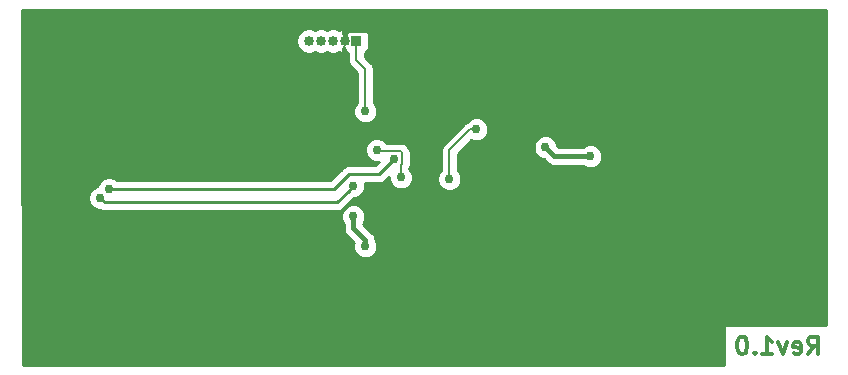
<source format=gbl>
G04 #@! TF.GenerationSoftware,KiCad,Pcbnew,(5.0.1)-3*
G04 #@! TF.CreationDate,2019-11-29T17:35:16+05:30*
G04 #@! TF.ProjectId,stm32f070-board,73746D3332663037302D626F6172642E,v1.0*
G04 #@! TF.SameCoordinates,Original*
G04 #@! TF.FileFunction,Copper,L2,Bot,Signal*
G04 #@! TF.FilePolarity,Positive*
%FSLAX46Y46*%
G04 Gerber Fmt 4.6, Leading zero omitted, Abs format (unit mm)*
G04 Created by KiCad (PCBNEW (5.0.1)-3) date 11/29/19 17:35:16*
%MOMM*%
%LPD*%
G01*
G04 APERTURE LIST*
G04 #@! TA.AperFunction,NonConductor*
%ADD10C,0.300000*%
G04 #@! TD*
G04 #@! TA.AperFunction,ComponentPad*
%ADD11R,0.850000X0.850000*%
G04 #@! TD*
G04 #@! TA.AperFunction,ComponentPad*
%ADD12O,0.850000X0.850000*%
G04 #@! TD*
G04 #@! TA.AperFunction,ViaPad*
%ADD13C,0.762000*%
G04 #@! TD*
G04 #@! TA.AperFunction,Conductor*
%ADD14C,0.381000*%
G04 #@! TD*
G04 #@! TA.AperFunction,Conductor*
%ADD15C,0.152400*%
G04 #@! TD*
G04 #@! TA.AperFunction,Conductor*
%ADD16C,0.254000*%
G04 #@! TD*
G04 APERTURE END LIST*
D10*
X162047714Y-117518571D02*
X162547714Y-116804285D01*
X162904857Y-117518571D02*
X162904857Y-116018571D01*
X162333428Y-116018571D01*
X162190571Y-116090000D01*
X162119142Y-116161428D01*
X162047714Y-116304285D01*
X162047714Y-116518571D01*
X162119142Y-116661428D01*
X162190571Y-116732857D01*
X162333428Y-116804285D01*
X162904857Y-116804285D01*
X160833428Y-117447142D02*
X160976285Y-117518571D01*
X161262000Y-117518571D01*
X161404857Y-117447142D01*
X161476285Y-117304285D01*
X161476285Y-116732857D01*
X161404857Y-116590000D01*
X161262000Y-116518571D01*
X160976285Y-116518571D01*
X160833428Y-116590000D01*
X160762000Y-116732857D01*
X160762000Y-116875714D01*
X161476285Y-117018571D01*
X160262000Y-116518571D02*
X159904857Y-117518571D01*
X159547714Y-116518571D01*
X158190571Y-117518571D02*
X159047714Y-117518571D01*
X158619142Y-117518571D02*
X158619142Y-116018571D01*
X158762000Y-116232857D01*
X158904857Y-116375714D01*
X159047714Y-116447142D01*
X157547714Y-117375714D02*
X157476285Y-117447142D01*
X157547714Y-117518571D01*
X157619142Y-117447142D01*
X157547714Y-117375714D01*
X157547714Y-117518571D01*
X156547714Y-116018571D02*
X156404857Y-116018571D01*
X156262000Y-116090000D01*
X156190571Y-116161428D01*
X156119142Y-116304285D01*
X156047714Y-116590000D01*
X156047714Y-116947142D01*
X156119142Y-117232857D01*
X156190571Y-117375714D01*
X156262000Y-117447142D01*
X156404857Y-117518571D01*
X156547714Y-117518571D01*
X156690571Y-117447142D01*
X156762000Y-117375714D01*
X156833428Y-117232857D01*
X156904857Y-116947142D01*
X156904857Y-116590000D01*
X156833428Y-116304285D01*
X156762000Y-116161428D01*
X156690571Y-116090000D01*
X156547714Y-116018571D01*
D11*
G04 #@! TO.P,J3,1*
G04 #@! TO.N,/ToDebugConnector*
X123825000Y-90995500D03*
D12*
G04 #@! TO.P,J3,2*
G04 #@! TO.N,GND*
X122825000Y-90995500D03*
G04 #@! TO.P,J3,3*
G04 #@! TO.N,/PA19*
X121825000Y-90995500D03*
G04 #@! TO.P,J3,4*
G04 #@! TO.N,/PA20*
X120825000Y-90995500D03*
G04 #@! TO.P,J3,5*
G04 #@! TO.N,VCC*
X119825000Y-90995500D03*
G04 #@! TD*
D13*
G04 #@! TO.N,VCC*
X123571000Y-105854500D03*
X124587000Y-108394500D03*
X143637000Y-100774500D03*
X139827000Y-100012500D03*
G04 #@! TO.N,GND*
X126619000Y-116268500D03*
X130810000Y-90487500D03*
X128764000Y-109396500D03*
X137795000Y-101028500D03*
X137541000Y-95745300D03*
G04 #@! TO.N,/ToDebugConnector*
X125541361Y-100204861D03*
X124587000Y-96964500D03*
X127582622Y-102552500D03*
G04 #@! TO.N,Net-(D3-Pad4)*
X131699000Y-102689700D03*
X133985000Y-98488500D03*
G04 #@! TO.N,/USB_D+*
X102151578Y-104286922D03*
X123540177Y-103283677D03*
G04 #@! TO.N,/USB_D-*
X102870000Y-103568500D03*
X127000000Y-101028500D03*
G04 #@! TD*
D14*
G04 #@! TO.N,VCC*
X123571000Y-106839685D02*
X123571000Y-105854500D01*
X124587000Y-108394500D02*
X124587000Y-107855685D01*
X124587000Y-107855685D02*
X123571000Y-106839685D01*
X143637000Y-100774500D02*
X140589000Y-100774500D01*
X140589000Y-100774500D02*
X139827000Y-100012500D01*
G04 #@! TO.N,GND*
X122825000Y-90344500D02*
X122825000Y-90995500D01*
X123063000Y-90106500D02*
X122825000Y-90344500D01*
X130810000Y-90487500D02*
X130429001Y-90106501D01*
X130429001Y-90106501D02*
X123063000Y-90106500D01*
X126619000Y-115252500D02*
X126619000Y-116268500D01*
X125984000Y-114617500D02*
X126619000Y-115252500D01*
X125984000Y-111637685D02*
X125984000Y-114617500D01*
X128764000Y-109396500D02*
X128225185Y-109396500D01*
X128225185Y-109396500D02*
X125984000Y-111637685D01*
X137795000Y-101028500D02*
X138430000Y-101028500D01*
X138430000Y-101028500D02*
X138684000Y-100774500D01*
X138684000Y-100774500D02*
X138811000Y-100647500D01*
X138811000Y-100647500D02*
X138811000Y-97091500D01*
X138811000Y-97091500D02*
X137541000Y-95821500D01*
X137541000Y-95821500D02*
X137541000Y-95745300D01*
D15*
G04 #@! TO.N,/ToDebugConnector*
X123825000Y-92646500D02*
X123825000Y-90995500D01*
X124587000Y-96964500D02*
X124587000Y-93408500D01*
X124587000Y-93408500D02*
X123825000Y-92646500D01*
X125653799Y-100317299D02*
X125541361Y-100204861D01*
X125806201Y-100317299D02*
X125653799Y-100317299D01*
X127711201Y-101369877D02*
X127711201Y-100469701D01*
X127558799Y-100317299D02*
X125806201Y-100317299D01*
X127711201Y-100469701D02*
X127558799Y-100317299D01*
X127582622Y-101498456D02*
X127711201Y-101369877D01*
X127582622Y-102552500D02*
X127582622Y-101498456D01*
G04 #@! TO.N,Net-(D3-Pad4)*
X131699000Y-102689700D02*
X131699000Y-100266500D01*
X131699000Y-100266500D02*
X133477000Y-98488500D01*
X133477000Y-98488500D02*
X133985000Y-98488500D01*
D16*
G04 #@! TO.N,/USB_D+*
X122155933Y-104667921D02*
X123159178Y-103664676D01*
X102151578Y-104286922D02*
X102532577Y-104667921D01*
X102532577Y-104667921D02*
X122155933Y-104667921D01*
X123159178Y-103664676D02*
X123540177Y-103283677D01*
G04 #@! TO.N,/USB_D-*
X125730000Y-102298500D02*
X127000000Y-101028500D01*
X123190000Y-102298500D02*
X125730000Y-102298500D01*
X121285000Y-103568500D02*
X121920000Y-103568500D01*
X121920000Y-103568500D02*
X123190000Y-102298500D01*
X102870000Y-103568500D02*
X121285000Y-103568500D01*
G04 #@! TD*
G04 #@! TO.N,GND*
G36*
X163603000Y-115050000D02*
X154977000Y-115050000D01*
X154977000Y-118391000D01*
X95601041Y-118391000D01*
X95549677Y-105652405D01*
X122555000Y-105652405D01*
X122555000Y-106056595D01*
X122709676Y-106430018D01*
X122745500Y-106465842D01*
X122745500Y-106758383D01*
X122729328Y-106839685D01*
X122745500Y-106920986D01*
X122745500Y-106920987D01*
X122793396Y-107161778D01*
X122975848Y-107434837D01*
X123044777Y-107480894D01*
X123625269Y-108061387D01*
X123571000Y-108192405D01*
X123571000Y-108596595D01*
X123725676Y-108970018D01*
X124011482Y-109255824D01*
X124384905Y-109410500D01*
X124789095Y-109410500D01*
X125162518Y-109255824D01*
X125448324Y-108970018D01*
X125603000Y-108596595D01*
X125603000Y-108192405D01*
X125448324Y-107818982D01*
X125414679Y-107785337D01*
X125381252Y-107617289D01*
X125364604Y-107533591D01*
X125182152Y-107260533D01*
X125113226Y-107214478D01*
X124396500Y-106497753D01*
X124396500Y-106465842D01*
X124432324Y-106430018D01*
X124587000Y-106056595D01*
X124587000Y-105652405D01*
X124432324Y-105278982D01*
X124146518Y-104993176D01*
X123773095Y-104838500D01*
X123368905Y-104838500D01*
X122995482Y-104993176D01*
X122709676Y-105278982D01*
X122555000Y-105652405D01*
X95549677Y-105652405D01*
X95543356Y-104084827D01*
X101135578Y-104084827D01*
X101135578Y-104489017D01*
X101290254Y-104862440D01*
X101576060Y-105148246D01*
X101949483Y-105302922D01*
X102111360Y-105302922D01*
X102235260Y-105385709D01*
X102457529Y-105429921D01*
X102457534Y-105429921D01*
X102532577Y-105444848D01*
X102607620Y-105429921D01*
X122080890Y-105429921D01*
X122155933Y-105444848D01*
X122230976Y-105429921D01*
X122230981Y-105429921D01*
X122453250Y-105385709D01*
X122705304Y-105217292D01*
X122747816Y-105153668D01*
X123601808Y-104299677D01*
X123742272Y-104299677D01*
X124115695Y-104145001D01*
X124401501Y-103859195D01*
X124556177Y-103485772D01*
X124556177Y-103081582D01*
X124547445Y-103060500D01*
X125654957Y-103060500D01*
X125730000Y-103075427D01*
X125805043Y-103060500D01*
X125805048Y-103060500D01*
X126027317Y-103016288D01*
X126279371Y-102847871D01*
X126321883Y-102784247D01*
X126566622Y-102539508D01*
X126566622Y-102754595D01*
X126721298Y-103128018D01*
X127007104Y-103413824D01*
X127380527Y-103568500D01*
X127784717Y-103568500D01*
X128158140Y-103413824D01*
X128443946Y-103128018D01*
X128598622Y-102754595D01*
X128598622Y-102487605D01*
X130683000Y-102487605D01*
X130683000Y-102891795D01*
X130837676Y-103265218D01*
X131123482Y-103551024D01*
X131496905Y-103705700D01*
X131901095Y-103705700D01*
X132274518Y-103551024D01*
X132560324Y-103265218D01*
X132715000Y-102891795D01*
X132715000Y-102487605D01*
X132560324Y-102114182D01*
X132410200Y-101964058D01*
X132410200Y-100561088D01*
X133160883Y-99810405D01*
X138811000Y-99810405D01*
X138811000Y-100214595D01*
X138965676Y-100588018D01*
X139251482Y-100873824D01*
X139624905Y-101028500D01*
X139675567Y-101028500D01*
X139947793Y-101300726D01*
X139993848Y-101369652D01*
X140099014Y-101439922D01*
X140266905Y-101552104D01*
X140589000Y-101616172D01*
X140670303Y-101600000D01*
X143025658Y-101600000D01*
X143061482Y-101635824D01*
X143434905Y-101790500D01*
X143839095Y-101790500D01*
X144212518Y-101635824D01*
X144498324Y-101350018D01*
X144653000Y-100976595D01*
X144653000Y-100572405D01*
X144498324Y-100198982D01*
X144212518Y-99913176D01*
X143839095Y-99758500D01*
X143434905Y-99758500D01*
X143061482Y-99913176D01*
X143025658Y-99949000D01*
X140930933Y-99949000D01*
X140843000Y-99861067D01*
X140843000Y-99810405D01*
X140688324Y-99436982D01*
X140402518Y-99151176D01*
X140029095Y-98996500D01*
X139624905Y-98996500D01*
X139251482Y-99151176D01*
X138965676Y-99436982D01*
X138811000Y-99810405D01*
X133160883Y-99810405D01*
X133559377Y-99411912D01*
X133782905Y-99504500D01*
X134187095Y-99504500D01*
X134560518Y-99349824D01*
X134846324Y-99064018D01*
X135001000Y-98690595D01*
X135001000Y-98286405D01*
X134846324Y-97912982D01*
X134560518Y-97627176D01*
X134187095Y-97472500D01*
X133782905Y-97472500D01*
X133409482Y-97627176D01*
X133222710Y-97813948D01*
X133199504Y-97818564D01*
X133199502Y-97818565D01*
X133199503Y-97818565D01*
X133023635Y-97936076D01*
X133023633Y-97936078D01*
X132964254Y-97975754D01*
X132924578Y-98035133D01*
X131245634Y-99714078D01*
X131186255Y-99753754D01*
X131146579Y-99813133D01*
X131146576Y-99813136D01*
X131029065Y-99989004D01*
X130973868Y-100266500D01*
X130987801Y-100336546D01*
X130987800Y-101964058D01*
X130837676Y-102114182D01*
X130683000Y-102487605D01*
X128598622Y-102487605D01*
X128598622Y-102350405D01*
X128443946Y-101976982D01*
X128293822Y-101826858D01*
X128293822Y-101778048D01*
X128351868Y-101691176D01*
X128381137Y-101647373D01*
X128422401Y-101439923D01*
X128422401Y-101439919D01*
X128436333Y-101369878D01*
X128422401Y-101299836D01*
X128422401Y-100539743D01*
X128436333Y-100469701D01*
X128422401Y-100399660D01*
X128422401Y-100399655D01*
X128381137Y-100192205D01*
X128223947Y-99956955D01*
X128164565Y-99917277D01*
X128111223Y-99863935D01*
X128071545Y-99804553D01*
X127836295Y-99647363D01*
X127628845Y-99606099D01*
X127628840Y-99606099D01*
X127558799Y-99592167D01*
X127488758Y-99606099D01*
X126379441Y-99606099D01*
X126116879Y-99343537D01*
X125743456Y-99188861D01*
X125339266Y-99188861D01*
X124965843Y-99343537D01*
X124680037Y-99629343D01*
X124525361Y-100002766D01*
X124525361Y-100406956D01*
X124680037Y-100780379D01*
X124965843Y-101066185D01*
X125339266Y-101220861D01*
X125730009Y-101220861D01*
X125414370Y-101536500D01*
X123265042Y-101536500D01*
X123189999Y-101521573D01*
X123114956Y-101536500D01*
X123114952Y-101536500D01*
X122892683Y-101580712D01*
X122892682Y-101580713D01*
X122892681Y-101580713D01*
X122727362Y-101691176D01*
X122640629Y-101749129D01*
X122598118Y-101812751D01*
X121604370Y-102806500D01*
X103544842Y-102806500D01*
X103445518Y-102707176D01*
X103072095Y-102552500D01*
X102667905Y-102552500D01*
X102294482Y-102707176D01*
X102008676Y-102992982D01*
X101881966Y-103298888D01*
X101576060Y-103425598D01*
X101290254Y-103711404D01*
X101135578Y-104084827D01*
X95543356Y-104084827D01*
X95490577Y-90995500D01*
X118744234Y-90995500D01*
X118826502Y-91409091D01*
X119060783Y-91759717D01*
X119411409Y-91993998D01*
X119720602Y-92055500D01*
X119929398Y-92055500D01*
X120238591Y-91993998D01*
X120325000Y-91936261D01*
X120411409Y-91993998D01*
X120720602Y-92055500D01*
X120929398Y-92055500D01*
X121238591Y-91993998D01*
X121325000Y-91936261D01*
X121411409Y-91993998D01*
X121720602Y-92055500D01*
X121929398Y-92055500D01*
X122238591Y-91993998D01*
X122332545Y-91931220D01*
X122534938Y-92015040D01*
X122698000Y-91887757D01*
X122698000Y-91596912D01*
X122767084Y-91493520D01*
X122801843Y-91668265D01*
X122942191Y-91878309D01*
X122952000Y-91884863D01*
X122952000Y-91887757D01*
X123113800Y-92014055D01*
X123113800Y-92576458D01*
X123099868Y-92646500D01*
X123113800Y-92716541D01*
X123113800Y-92716545D01*
X123155064Y-92923995D01*
X123155065Y-92923996D01*
X123272576Y-93099864D01*
X123272578Y-93099866D01*
X123312254Y-93159245D01*
X123371633Y-93198922D01*
X123875801Y-93703090D01*
X123875800Y-96238858D01*
X123725676Y-96388982D01*
X123571000Y-96762405D01*
X123571000Y-97166595D01*
X123725676Y-97540018D01*
X124011482Y-97825824D01*
X124384905Y-97980500D01*
X124789095Y-97980500D01*
X125162518Y-97825824D01*
X125448324Y-97540018D01*
X125603000Y-97166595D01*
X125603000Y-96762405D01*
X125448324Y-96388982D01*
X125298200Y-96238858D01*
X125298200Y-93478542D01*
X125312132Y-93408500D01*
X125298200Y-93338458D01*
X125298200Y-93338454D01*
X125256936Y-93131004D01*
X125216733Y-93070836D01*
X125139424Y-92955135D01*
X125139422Y-92955133D01*
X125099746Y-92895754D01*
X125040367Y-92856078D01*
X124536200Y-92351912D01*
X124536200Y-91992975D01*
X124707809Y-91878309D01*
X124848157Y-91668265D01*
X124897440Y-91420500D01*
X124897440Y-90570500D01*
X124848157Y-90322735D01*
X124707809Y-90112691D01*
X124497765Y-89972343D01*
X124250000Y-89923060D01*
X123400000Y-89923060D01*
X123152235Y-89972343D01*
X123134669Y-89984080D01*
X123115062Y-89975960D01*
X122952000Y-90103243D01*
X122952000Y-90106137D01*
X122942191Y-90112691D01*
X122801843Y-90322735D01*
X122767084Y-90497480D01*
X122698000Y-90394088D01*
X122698000Y-90103243D01*
X122534938Y-89975960D01*
X122332545Y-90059780D01*
X122238591Y-89997002D01*
X121929398Y-89935500D01*
X121720602Y-89935500D01*
X121411409Y-89997002D01*
X121325000Y-90054739D01*
X121238591Y-89997002D01*
X120929398Y-89935500D01*
X120720602Y-89935500D01*
X120411409Y-89997002D01*
X120325000Y-90054739D01*
X120238591Y-89997002D01*
X119929398Y-89935500D01*
X119720602Y-89935500D01*
X119411409Y-89997002D01*
X119060783Y-90231283D01*
X118826502Y-90581909D01*
X118744234Y-90995500D01*
X95490577Y-90995500D01*
X95479970Y-88365000D01*
X163603001Y-88365000D01*
X163603000Y-115050000D01*
X163603000Y-115050000D01*
G37*
X163603000Y-115050000D02*
X154977000Y-115050000D01*
X154977000Y-118391000D01*
X95601041Y-118391000D01*
X95549677Y-105652405D01*
X122555000Y-105652405D01*
X122555000Y-106056595D01*
X122709676Y-106430018D01*
X122745500Y-106465842D01*
X122745500Y-106758383D01*
X122729328Y-106839685D01*
X122745500Y-106920986D01*
X122745500Y-106920987D01*
X122793396Y-107161778D01*
X122975848Y-107434837D01*
X123044777Y-107480894D01*
X123625269Y-108061387D01*
X123571000Y-108192405D01*
X123571000Y-108596595D01*
X123725676Y-108970018D01*
X124011482Y-109255824D01*
X124384905Y-109410500D01*
X124789095Y-109410500D01*
X125162518Y-109255824D01*
X125448324Y-108970018D01*
X125603000Y-108596595D01*
X125603000Y-108192405D01*
X125448324Y-107818982D01*
X125414679Y-107785337D01*
X125381252Y-107617289D01*
X125364604Y-107533591D01*
X125182152Y-107260533D01*
X125113226Y-107214478D01*
X124396500Y-106497753D01*
X124396500Y-106465842D01*
X124432324Y-106430018D01*
X124587000Y-106056595D01*
X124587000Y-105652405D01*
X124432324Y-105278982D01*
X124146518Y-104993176D01*
X123773095Y-104838500D01*
X123368905Y-104838500D01*
X122995482Y-104993176D01*
X122709676Y-105278982D01*
X122555000Y-105652405D01*
X95549677Y-105652405D01*
X95543356Y-104084827D01*
X101135578Y-104084827D01*
X101135578Y-104489017D01*
X101290254Y-104862440D01*
X101576060Y-105148246D01*
X101949483Y-105302922D01*
X102111360Y-105302922D01*
X102235260Y-105385709D01*
X102457529Y-105429921D01*
X102457534Y-105429921D01*
X102532577Y-105444848D01*
X102607620Y-105429921D01*
X122080890Y-105429921D01*
X122155933Y-105444848D01*
X122230976Y-105429921D01*
X122230981Y-105429921D01*
X122453250Y-105385709D01*
X122705304Y-105217292D01*
X122747816Y-105153668D01*
X123601808Y-104299677D01*
X123742272Y-104299677D01*
X124115695Y-104145001D01*
X124401501Y-103859195D01*
X124556177Y-103485772D01*
X124556177Y-103081582D01*
X124547445Y-103060500D01*
X125654957Y-103060500D01*
X125730000Y-103075427D01*
X125805043Y-103060500D01*
X125805048Y-103060500D01*
X126027317Y-103016288D01*
X126279371Y-102847871D01*
X126321883Y-102784247D01*
X126566622Y-102539508D01*
X126566622Y-102754595D01*
X126721298Y-103128018D01*
X127007104Y-103413824D01*
X127380527Y-103568500D01*
X127784717Y-103568500D01*
X128158140Y-103413824D01*
X128443946Y-103128018D01*
X128598622Y-102754595D01*
X128598622Y-102487605D01*
X130683000Y-102487605D01*
X130683000Y-102891795D01*
X130837676Y-103265218D01*
X131123482Y-103551024D01*
X131496905Y-103705700D01*
X131901095Y-103705700D01*
X132274518Y-103551024D01*
X132560324Y-103265218D01*
X132715000Y-102891795D01*
X132715000Y-102487605D01*
X132560324Y-102114182D01*
X132410200Y-101964058D01*
X132410200Y-100561088D01*
X133160883Y-99810405D01*
X138811000Y-99810405D01*
X138811000Y-100214595D01*
X138965676Y-100588018D01*
X139251482Y-100873824D01*
X139624905Y-101028500D01*
X139675567Y-101028500D01*
X139947793Y-101300726D01*
X139993848Y-101369652D01*
X140099014Y-101439922D01*
X140266905Y-101552104D01*
X140589000Y-101616172D01*
X140670303Y-101600000D01*
X143025658Y-101600000D01*
X143061482Y-101635824D01*
X143434905Y-101790500D01*
X143839095Y-101790500D01*
X144212518Y-101635824D01*
X144498324Y-101350018D01*
X144653000Y-100976595D01*
X144653000Y-100572405D01*
X144498324Y-100198982D01*
X144212518Y-99913176D01*
X143839095Y-99758500D01*
X143434905Y-99758500D01*
X143061482Y-99913176D01*
X143025658Y-99949000D01*
X140930933Y-99949000D01*
X140843000Y-99861067D01*
X140843000Y-99810405D01*
X140688324Y-99436982D01*
X140402518Y-99151176D01*
X140029095Y-98996500D01*
X139624905Y-98996500D01*
X139251482Y-99151176D01*
X138965676Y-99436982D01*
X138811000Y-99810405D01*
X133160883Y-99810405D01*
X133559377Y-99411912D01*
X133782905Y-99504500D01*
X134187095Y-99504500D01*
X134560518Y-99349824D01*
X134846324Y-99064018D01*
X135001000Y-98690595D01*
X135001000Y-98286405D01*
X134846324Y-97912982D01*
X134560518Y-97627176D01*
X134187095Y-97472500D01*
X133782905Y-97472500D01*
X133409482Y-97627176D01*
X133222710Y-97813948D01*
X133199504Y-97818564D01*
X133199502Y-97818565D01*
X133199503Y-97818565D01*
X133023635Y-97936076D01*
X133023633Y-97936078D01*
X132964254Y-97975754D01*
X132924578Y-98035133D01*
X131245634Y-99714078D01*
X131186255Y-99753754D01*
X131146579Y-99813133D01*
X131146576Y-99813136D01*
X131029065Y-99989004D01*
X130973868Y-100266500D01*
X130987801Y-100336546D01*
X130987800Y-101964058D01*
X130837676Y-102114182D01*
X130683000Y-102487605D01*
X128598622Y-102487605D01*
X128598622Y-102350405D01*
X128443946Y-101976982D01*
X128293822Y-101826858D01*
X128293822Y-101778048D01*
X128351868Y-101691176D01*
X128381137Y-101647373D01*
X128422401Y-101439923D01*
X128422401Y-101439919D01*
X128436333Y-101369878D01*
X128422401Y-101299836D01*
X128422401Y-100539743D01*
X128436333Y-100469701D01*
X128422401Y-100399660D01*
X128422401Y-100399655D01*
X128381137Y-100192205D01*
X128223947Y-99956955D01*
X128164565Y-99917277D01*
X128111223Y-99863935D01*
X128071545Y-99804553D01*
X127836295Y-99647363D01*
X127628845Y-99606099D01*
X127628840Y-99606099D01*
X127558799Y-99592167D01*
X127488758Y-99606099D01*
X126379441Y-99606099D01*
X126116879Y-99343537D01*
X125743456Y-99188861D01*
X125339266Y-99188861D01*
X124965843Y-99343537D01*
X124680037Y-99629343D01*
X124525361Y-100002766D01*
X124525361Y-100406956D01*
X124680037Y-100780379D01*
X124965843Y-101066185D01*
X125339266Y-101220861D01*
X125730009Y-101220861D01*
X125414370Y-101536500D01*
X123265042Y-101536500D01*
X123189999Y-101521573D01*
X123114956Y-101536500D01*
X123114952Y-101536500D01*
X122892683Y-101580712D01*
X122892682Y-101580713D01*
X122892681Y-101580713D01*
X122727362Y-101691176D01*
X122640629Y-101749129D01*
X122598118Y-101812751D01*
X121604370Y-102806500D01*
X103544842Y-102806500D01*
X103445518Y-102707176D01*
X103072095Y-102552500D01*
X102667905Y-102552500D01*
X102294482Y-102707176D01*
X102008676Y-102992982D01*
X101881966Y-103298888D01*
X101576060Y-103425598D01*
X101290254Y-103711404D01*
X101135578Y-104084827D01*
X95543356Y-104084827D01*
X95490577Y-90995500D01*
X118744234Y-90995500D01*
X118826502Y-91409091D01*
X119060783Y-91759717D01*
X119411409Y-91993998D01*
X119720602Y-92055500D01*
X119929398Y-92055500D01*
X120238591Y-91993998D01*
X120325000Y-91936261D01*
X120411409Y-91993998D01*
X120720602Y-92055500D01*
X120929398Y-92055500D01*
X121238591Y-91993998D01*
X121325000Y-91936261D01*
X121411409Y-91993998D01*
X121720602Y-92055500D01*
X121929398Y-92055500D01*
X122238591Y-91993998D01*
X122332545Y-91931220D01*
X122534938Y-92015040D01*
X122698000Y-91887757D01*
X122698000Y-91596912D01*
X122767084Y-91493520D01*
X122801843Y-91668265D01*
X122942191Y-91878309D01*
X122952000Y-91884863D01*
X122952000Y-91887757D01*
X123113800Y-92014055D01*
X123113800Y-92576458D01*
X123099868Y-92646500D01*
X123113800Y-92716541D01*
X123113800Y-92716545D01*
X123155064Y-92923995D01*
X123155065Y-92923996D01*
X123272576Y-93099864D01*
X123272578Y-93099866D01*
X123312254Y-93159245D01*
X123371633Y-93198922D01*
X123875801Y-93703090D01*
X123875800Y-96238858D01*
X123725676Y-96388982D01*
X123571000Y-96762405D01*
X123571000Y-97166595D01*
X123725676Y-97540018D01*
X124011482Y-97825824D01*
X124384905Y-97980500D01*
X124789095Y-97980500D01*
X125162518Y-97825824D01*
X125448324Y-97540018D01*
X125603000Y-97166595D01*
X125603000Y-96762405D01*
X125448324Y-96388982D01*
X125298200Y-96238858D01*
X125298200Y-93478542D01*
X125312132Y-93408500D01*
X125298200Y-93338458D01*
X125298200Y-93338454D01*
X125256936Y-93131004D01*
X125216733Y-93070836D01*
X125139424Y-92955135D01*
X125139422Y-92955133D01*
X125099746Y-92895754D01*
X125040367Y-92856078D01*
X124536200Y-92351912D01*
X124536200Y-91992975D01*
X124707809Y-91878309D01*
X124848157Y-91668265D01*
X124897440Y-91420500D01*
X124897440Y-90570500D01*
X124848157Y-90322735D01*
X124707809Y-90112691D01*
X124497765Y-89972343D01*
X124250000Y-89923060D01*
X123400000Y-89923060D01*
X123152235Y-89972343D01*
X123134669Y-89984080D01*
X123115062Y-89975960D01*
X122952000Y-90103243D01*
X122952000Y-90106137D01*
X122942191Y-90112691D01*
X122801843Y-90322735D01*
X122767084Y-90497480D01*
X122698000Y-90394088D01*
X122698000Y-90103243D01*
X122534938Y-89975960D01*
X122332545Y-90059780D01*
X122238591Y-89997002D01*
X121929398Y-89935500D01*
X121720602Y-89935500D01*
X121411409Y-89997002D01*
X121325000Y-90054739D01*
X121238591Y-89997002D01*
X120929398Y-89935500D01*
X120720602Y-89935500D01*
X120411409Y-89997002D01*
X120325000Y-90054739D01*
X120238591Y-89997002D01*
X119929398Y-89935500D01*
X119720602Y-89935500D01*
X119411409Y-89997002D01*
X119060783Y-90231283D01*
X118826502Y-90581909D01*
X118744234Y-90995500D01*
X95490577Y-90995500D01*
X95479970Y-88365000D01*
X163603001Y-88365000D01*
X163603000Y-115050000D01*
G04 #@! TD*
M02*

</source>
